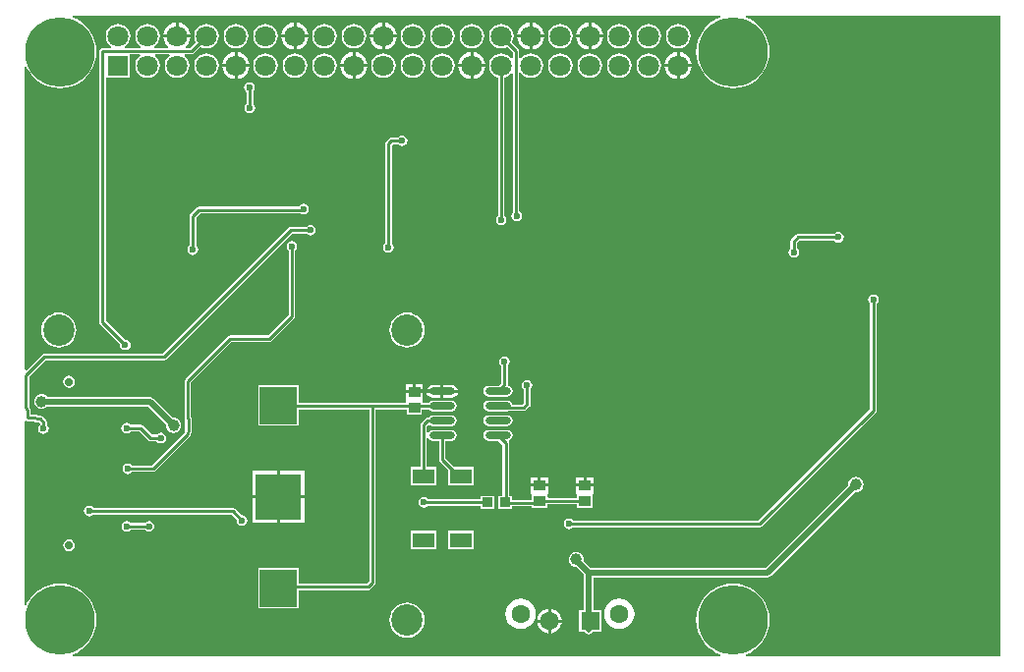
<source format=gbl>
G04*
G04 #@! TF.GenerationSoftware,Altium Limited,Altium Designer,18.1.6 (161)*
G04*
G04 Layer_Physical_Order=2*
G04 Layer_Color=16711680*
%FSLAX25Y25*%
%MOIN*%
G70*
G01*
G75*
%ADD17R,0.03347X0.03347*%
%ADD19R,0.03937X0.03543*%
%ADD37R,0.06299X0.06299*%
%ADD80C,0.01000*%
%ADD81C,0.02000*%
%ADD82C,0.23622*%
%ADD83C,0.07087*%
%ADD84R,0.07087X0.07087*%
%ADD85C,0.06299*%
%ADD86C,0.02756*%
%ADD87C,0.10630*%
%ADD88C,0.02362*%
%ADD89C,0.03937*%
%ADD90O,0.08661X0.02362*%
%ADD91R,0.12520X0.12520*%
%ADD92R,0.15590X0.15590*%
%ADD93R,0.07480X0.05118*%
G36*
X223937Y205062D02*
X224036Y204562D01*
X222694Y204006D01*
X221029Y202985D01*
X219543Y201716D01*
X218275Y200231D01*
X217254Y198565D01*
X216506Y196760D01*
X216050Y194861D01*
X215897Y192913D01*
X216050Y190966D01*
X216506Y189066D01*
X217254Y187261D01*
X218275Y185596D01*
X219543Y184110D01*
X221029Y182842D01*
X222694Y181821D01*
X224499Y181073D01*
X226399Y180617D01*
X228346Y180464D01*
X230294Y180617D01*
X232193Y181073D01*
X233998Y181821D01*
X235664Y182842D01*
X237150Y184110D01*
X238418Y185596D01*
X239439Y187261D01*
X240187Y189066D01*
X240643Y190966D01*
X240796Y192913D01*
X240643Y194861D01*
X240187Y196760D01*
X239439Y198565D01*
X238418Y200231D01*
X237150Y201716D01*
X235664Y202985D01*
X233998Y204006D01*
X232657Y204562D01*
X232756Y205062D01*
X318939Y205062D01*
X318939Y-12148D01*
X232756Y-12148D01*
X232657Y-11648D01*
X233998Y-11092D01*
X235664Y-10072D01*
X237150Y-8803D01*
X238418Y-7318D01*
X239439Y-5652D01*
X240187Y-3847D01*
X240643Y-1947D01*
X240796Y0D01*
X240643Y1947D01*
X240187Y3847D01*
X239439Y5652D01*
X238418Y7318D01*
X237150Y8803D01*
X235664Y10072D01*
X233998Y11092D01*
X232193Y11840D01*
X230294Y12296D01*
X228346Y12449D01*
X226399Y12296D01*
X224499Y11840D01*
X222694Y11092D01*
X221029Y10072D01*
X219543Y8803D01*
X218275Y7318D01*
X217254Y5652D01*
X216506Y3847D01*
X216050Y1947D01*
X215897Y0D01*
X216050Y-1947D01*
X216506Y-3847D01*
X217254Y-5652D01*
X218275Y-7318D01*
X219543Y-8803D01*
X221029Y-10072D01*
X222694Y-11092D01*
X224036Y-11648D01*
X223937Y-12148D01*
X4410Y-12148D01*
X4310Y-11648D01*
X5652Y-11092D01*
X7318Y-10072D01*
X8803Y-8803D01*
X10072Y-7318D01*
X11092Y-5652D01*
X11840Y-3847D01*
X12296Y-1947D01*
X12449Y0D01*
X12296Y1947D01*
X11840Y3847D01*
X11092Y5652D01*
X10072Y7318D01*
X8803Y8803D01*
X7318Y10072D01*
X5652Y11092D01*
X3847Y11840D01*
X1947Y12296D01*
X0Y12449D01*
X-1947Y12296D01*
X-3847Y11840D01*
X-5652Y11092D01*
X-7318Y10072D01*
X-8803Y8803D01*
X-10072Y7318D01*
X-11092Y5652D01*
X-11332Y5074D01*
X-11822Y5172D01*
Y67329D01*
X-11366Y67610D01*
X-11322Y67611D01*
X-10925Y67532D01*
X-8586D01*
X-8556Y67487D01*
X-8192Y67244D01*
X-7763Y67158D01*
X-7027D01*
X-6666Y66798D01*
X-6697Y66291D01*
X-6796Y66225D01*
X-7190Y65636D01*
X-7328Y64941D01*
X-7190Y64246D01*
X-6796Y63657D01*
X-6207Y63263D01*
X-5512Y63125D01*
X-4817Y63263D01*
X-4228Y63657D01*
X-3834Y64246D01*
X-3696Y64941D01*
X-3834Y65636D01*
X-4228Y66225D01*
X-4390Y66334D01*
Y67229D01*
X-4390Y67229D01*
X-4476Y67659D01*
X-4719Y68023D01*
X-4719Y68023D01*
X-5769Y69073D01*
X-6133Y69316D01*
X-6562Y69402D01*
X-6562Y69402D01*
X-7314D01*
X-7344Y69447D01*
X-7708Y69690D01*
X-8137Y69775D01*
X-9804D01*
Y71417D01*
X-9889Y71846D01*
X-10132Y72210D01*
X-10132Y72210D01*
X-10353Y72431D01*
Y82642D01*
X-4746Y88248D01*
X35433D01*
X35433Y88248D01*
X35862Y88334D01*
X36226Y88577D01*
X78811Y131162D01*
X83647D01*
X83755Y130999D01*
X84344Y130606D01*
X85039Y130467D01*
X85734Y130606D01*
X86323Y130999D01*
X86717Y131588D01*
X86855Y132283D01*
X86717Y132978D01*
X86323Y133568D01*
X85734Y133961D01*
X85039Y134099D01*
X84344Y133961D01*
X83755Y133568D01*
X83647Y133405D01*
X78347D01*
X77917Y133320D01*
X77553Y133077D01*
X77553Y133077D01*
X34969Y90492D01*
X-5211D01*
X-5211Y90492D01*
X-5640Y90406D01*
X-6004Y90163D01*
X-6004Y90163D01*
X-11360Y84807D01*
X-11822Y84998D01*
X-11822Y187741D01*
X-11332Y187839D01*
X-11092Y187261D01*
X-10072Y185596D01*
X-8803Y184110D01*
X-7318Y182842D01*
X-5652Y181821D01*
X-3847Y181073D01*
X-1947Y180617D01*
X0Y180464D01*
X1947Y180617D01*
X3847Y181073D01*
X5652Y181821D01*
X7318Y182842D01*
X8803Y184110D01*
X10072Y185596D01*
X11092Y187261D01*
X11840Y189066D01*
X12296Y190966D01*
X12449Y192913D01*
X12296Y194861D01*
X11840Y196760D01*
X11092Y198565D01*
X10072Y200231D01*
X8803Y201716D01*
X7318Y202985D01*
X5652Y204006D01*
X4310Y204562D01*
X4410Y205062D01*
X223937Y205062D01*
D02*
G37*
%LPC*%
G36*
X180264Y202706D02*
Y198689D01*
X184281D01*
X184190Y199375D01*
X183732Y200480D01*
X183004Y201429D01*
X182055Y202157D01*
X180950Y202615D01*
X180264Y202706D01*
D02*
G37*
G36*
X179264D02*
X178578Y202615D01*
X177472Y202157D01*
X176523Y201429D01*
X175795Y200480D01*
X175337Y199375D01*
X175247Y198689D01*
X179264D01*
Y202706D01*
D02*
G37*
G36*
X160264D02*
Y198689D01*
X164280D01*
X164190Y199375D01*
X163732Y200480D01*
X163004Y201429D01*
X162055Y202157D01*
X160950Y202615D01*
X160264Y202706D01*
D02*
G37*
G36*
X159264D02*
X158578Y202615D01*
X157473Y202157D01*
X156524Y201429D01*
X155795Y200480D01*
X155337Y199375D01*
X155247Y198689D01*
X159264D01*
Y202706D01*
D02*
G37*
G36*
X110264D02*
Y198689D01*
X114280D01*
X114190Y199375D01*
X113732Y200480D01*
X113004Y201429D01*
X112055Y202157D01*
X110950Y202615D01*
X110264Y202706D01*
D02*
G37*
G36*
X109264D02*
X108578Y202615D01*
X107473Y202157D01*
X106524Y201429D01*
X105795Y200480D01*
X105337Y199375D01*
X105247Y198689D01*
X109264D01*
Y202706D01*
D02*
G37*
G36*
X80264D02*
Y198689D01*
X84281D01*
X84190Y199375D01*
X83732Y200480D01*
X83004Y201429D01*
X82055Y202157D01*
X80950Y202615D01*
X80264Y202706D01*
D02*
G37*
G36*
X79264D02*
X78578Y202615D01*
X77473Y202157D01*
X76524Y201429D01*
X75795Y200480D01*
X75337Y199375D01*
X75247Y198689D01*
X79264D01*
Y202706D01*
D02*
G37*
G36*
X40264D02*
Y198689D01*
X44280D01*
X44190Y199375D01*
X43732Y200480D01*
X43004Y201429D01*
X42055Y202157D01*
X40950Y202615D01*
X40264Y202706D01*
D02*
G37*
G36*
X39264D02*
X38578Y202615D01*
X37473Y202157D01*
X36524Y201429D01*
X35795Y200480D01*
X35337Y199375D01*
X35247Y198689D01*
X39264D01*
Y202706D01*
D02*
G37*
G36*
X49764Y202368D02*
X48682Y202226D01*
X47674Y201808D01*
X46809Y201144D01*
X46145Y200278D01*
X45727Y199271D01*
X45585Y198189D01*
X45727Y197107D01*
X46128Y196139D01*
X44221Y194232D01*
X42848D01*
X42687Y194706D01*
X43004Y194949D01*
X43732Y195898D01*
X44190Y197003D01*
X44280Y197689D01*
X35247D01*
X35337Y197003D01*
X35795Y195898D01*
X36524Y194949D01*
X36840Y194706D01*
X36680Y194232D01*
X32234D01*
X32065Y194732D01*
X32719Y195234D01*
X33383Y196099D01*
X33800Y197107D01*
X33943Y198189D01*
X33800Y199271D01*
X33383Y200278D01*
X32719Y201144D01*
X31853Y201808D01*
X30845Y202226D01*
X29764Y202368D01*
X28682Y202226D01*
X27674Y201808D01*
X26809Y201144D01*
X26145Y200278D01*
X25727Y199271D01*
X25585Y198189D01*
X25727Y197107D01*
X26145Y196099D01*
X26809Y195234D01*
X27463Y194732D01*
X27293Y194232D01*
X22234D01*
X22065Y194732D01*
X22719Y195234D01*
X23383Y196099D01*
X23800Y197107D01*
X23943Y198189D01*
X23800Y199271D01*
X23383Y200278D01*
X22719Y201144D01*
X21853Y201808D01*
X20845Y202226D01*
X19764Y202368D01*
X18682Y202226D01*
X17674Y201808D01*
X16809Y201144D01*
X16145Y200278D01*
X15727Y199271D01*
X15585Y198189D01*
X15727Y197107D01*
X16145Y196099D01*
X16809Y195234D01*
X17463Y194732D01*
X17293Y194232D01*
X14469D01*
X14040Y194147D01*
X13676Y193904D01*
X13433Y193540D01*
X13347Y193111D01*
Y101181D01*
X13347Y101181D01*
X13433Y100752D01*
X13676Y100388D01*
X20466Y93597D01*
X20428Y93405D01*
X20566Y92711D01*
X20960Y92121D01*
X21549Y91728D01*
X22244Y91589D01*
X22939Y91728D01*
X23528Y92121D01*
X23922Y92711D01*
X24060Y93405D01*
X23922Y94100D01*
X23528Y94690D01*
X22939Y95083D01*
X22244Y95222D01*
X22052Y95183D01*
X15590Y101645D01*
Y183558D01*
X15620Y184046D01*
X23907D01*
Y191989D01*
X27089D01*
X27258Y191489D01*
X26809Y191144D01*
X26145Y190278D01*
X25727Y189271D01*
X25585Y188189D01*
X25727Y187107D01*
X26145Y186100D01*
X26809Y185234D01*
X27674Y184570D01*
X28682Y184152D01*
X29764Y184010D01*
X30845Y184152D01*
X31853Y184570D01*
X32719Y185234D01*
X33383Y186100D01*
X33800Y187107D01*
X33943Y188189D01*
X33800Y189271D01*
X33383Y190278D01*
X32719Y191144D01*
X32269Y191489D01*
X32439Y191989D01*
X37089D01*
X37258Y191489D01*
X36809Y191144D01*
X36145Y190278D01*
X35727Y189271D01*
X35585Y188189D01*
X35727Y187107D01*
X36145Y186100D01*
X36809Y185234D01*
X37674Y184570D01*
X38682Y184152D01*
X39764Y184010D01*
X40845Y184152D01*
X41853Y184570D01*
X42719Y185234D01*
X43383Y186100D01*
X43800Y187107D01*
X43943Y188189D01*
X43800Y189271D01*
X43383Y190278D01*
X42719Y191144D01*
X42269Y191489D01*
X42439Y191989D01*
X44685D01*
X44685Y191989D01*
X45114Y192074D01*
X45478Y192317D01*
X47714Y194553D01*
X48682Y194152D01*
X49764Y194010D01*
X50845Y194152D01*
X51853Y194570D01*
X52719Y195234D01*
X53383Y196099D01*
X53800Y197107D01*
X53943Y198189D01*
X53800Y199271D01*
X53383Y200278D01*
X52719Y201144D01*
X51853Y201808D01*
X50845Y202226D01*
X49764Y202368D01*
D02*
G37*
G36*
X209764D02*
X208682Y202226D01*
X207674Y201808D01*
X206809Y201144D01*
X206145Y200278D01*
X205727Y199271D01*
X205585Y198189D01*
X205727Y197107D01*
X206145Y196099D01*
X206809Y195234D01*
X207674Y194570D01*
X208682Y194152D01*
X209764Y194010D01*
X210845Y194152D01*
X211853Y194570D01*
X212719Y195234D01*
X213383Y196099D01*
X213800Y197107D01*
X213943Y198189D01*
X213800Y199271D01*
X213383Y200278D01*
X212719Y201144D01*
X211853Y201808D01*
X210845Y202226D01*
X209764Y202368D01*
D02*
G37*
G36*
X199764D02*
X198682Y202226D01*
X197674Y201808D01*
X196809Y201144D01*
X196145Y200278D01*
X195727Y199271D01*
X195585Y198189D01*
X195727Y197107D01*
X196145Y196099D01*
X196809Y195234D01*
X197674Y194570D01*
X198682Y194152D01*
X199764Y194010D01*
X200845Y194152D01*
X201853Y194570D01*
X202719Y195234D01*
X203383Y196099D01*
X203800Y197107D01*
X203943Y198189D01*
X203800Y199271D01*
X203383Y200278D01*
X202719Y201144D01*
X201853Y201808D01*
X200845Y202226D01*
X199764Y202368D01*
D02*
G37*
G36*
X189764D02*
X188682Y202226D01*
X187674Y201808D01*
X186809Y201144D01*
X186145Y200278D01*
X185727Y199271D01*
X185585Y198189D01*
X185727Y197107D01*
X186145Y196099D01*
X186809Y195234D01*
X187674Y194570D01*
X188682Y194152D01*
X189764Y194010D01*
X190845Y194152D01*
X191853Y194570D01*
X192719Y195234D01*
X193383Y196099D01*
X193800Y197107D01*
X193943Y198189D01*
X193800Y199271D01*
X193383Y200278D01*
X192719Y201144D01*
X191853Y201808D01*
X190845Y202226D01*
X189764Y202368D01*
D02*
G37*
G36*
X169764D02*
X168682Y202226D01*
X167674Y201808D01*
X166809Y201144D01*
X166145Y200278D01*
X165727Y199271D01*
X165585Y198189D01*
X165727Y197107D01*
X166145Y196099D01*
X166809Y195234D01*
X167674Y194570D01*
X168682Y194152D01*
X169764Y194010D01*
X170845Y194152D01*
X171853Y194570D01*
X172719Y195234D01*
X173383Y196099D01*
X173800Y197107D01*
X173943Y198189D01*
X173800Y199271D01*
X173383Y200278D01*
X172719Y201144D01*
X171853Y201808D01*
X170845Y202226D01*
X169764Y202368D01*
D02*
G37*
G36*
X139764D02*
X138682Y202226D01*
X137674Y201808D01*
X136809Y201144D01*
X136145Y200278D01*
X135727Y199271D01*
X135585Y198189D01*
X135727Y197107D01*
X136145Y196099D01*
X136809Y195234D01*
X137674Y194570D01*
X138682Y194152D01*
X139764Y194010D01*
X140845Y194152D01*
X141853Y194570D01*
X142719Y195234D01*
X143383Y196099D01*
X143800Y197107D01*
X143943Y198189D01*
X143800Y199271D01*
X143383Y200278D01*
X142719Y201144D01*
X141853Y201808D01*
X140845Y202226D01*
X139764Y202368D01*
D02*
G37*
G36*
X129764D02*
X128682Y202226D01*
X127674Y201808D01*
X126809Y201144D01*
X126145Y200278D01*
X125727Y199271D01*
X125585Y198189D01*
X125727Y197107D01*
X126145Y196099D01*
X126809Y195234D01*
X127674Y194570D01*
X128682Y194152D01*
X129764Y194010D01*
X130845Y194152D01*
X131853Y194570D01*
X132719Y195234D01*
X133383Y196099D01*
X133800Y197107D01*
X133943Y198189D01*
X133800Y199271D01*
X133383Y200278D01*
X132719Y201144D01*
X131853Y201808D01*
X130845Y202226D01*
X129764Y202368D01*
D02*
G37*
G36*
X119764D02*
X118682Y202226D01*
X117674Y201808D01*
X116809Y201144D01*
X116145Y200278D01*
X115727Y199271D01*
X115585Y198189D01*
X115727Y197107D01*
X116145Y196099D01*
X116809Y195234D01*
X117674Y194570D01*
X118682Y194152D01*
X119764Y194010D01*
X120845Y194152D01*
X121853Y194570D01*
X122719Y195234D01*
X123383Y196099D01*
X123800Y197107D01*
X123943Y198189D01*
X123800Y199271D01*
X123383Y200278D01*
X122719Y201144D01*
X121853Y201808D01*
X120845Y202226D01*
X119764Y202368D01*
D02*
G37*
G36*
X99764D02*
X98682Y202226D01*
X97674Y201808D01*
X96809Y201144D01*
X96145Y200278D01*
X95727Y199271D01*
X95585Y198189D01*
X95727Y197107D01*
X96145Y196099D01*
X96809Y195234D01*
X97674Y194570D01*
X98682Y194152D01*
X99764Y194010D01*
X100845Y194152D01*
X101853Y194570D01*
X102719Y195234D01*
X103383Y196099D01*
X103800Y197107D01*
X103943Y198189D01*
X103800Y199271D01*
X103383Y200278D01*
X102719Y201144D01*
X101853Y201808D01*
X100845Y202226D01*
X99764Y202368D01*
D02*
G37*
G36*
X89764D02*
X88682Y202226D01*
X87674Y201808D01*
X86809Y201144D01*
X86145Y200278D01*
X85727Y199271D01*
X85585Y198189D01*
X85727Y197107D01*
X86145Y196099D01*
X86809Y195234D01*
X87674Y194570D01*
X88682Y194152D01*
X89764Y194010D01*
X90845Y194152D01*
X91853Y194570D01*
X92719Y195234D01*
X93383Y196099D01*
X93800Y197107D01*
X93943Y198189D01*
X93800Y199271D01*
X93383Y200278D01*
X92719Y201144D01*
X91853Y201808D01*
X90845Y202226D01*
X89764Y202368D01*
D02*
G37*
G36*
X69764D02*
X68682Y202226D01*
X67674Y201808D01*
X66809Y201144D01*
X66145Y200278D01*
X65727Y199271D01*
X65585Y198189D01*
X65727Y197107D01*
X66145Y196099D01*
X66809Y195234D01*
X67674Y194570D01*
X68682Y194152D01*
X69764Y194010D01*
X70845Y194152D01*
X71853Y194570D01*
X72719Y195234D01*
X73383Y196099D01*
X73800Y197107D01*
X73943Y198189D01*
X73800Y199271D01*
X73383Y200278D01*
X72719Y201144D01*
X71853Y201808D01*
X70845Y202226D01*
X69764Y202368D01*
D02*
G37*
G36*
X59764D02*
X58682Y202226D01*
X57674Y201808D01*
X56809Y201144D01*
X56145Y200278D01*
X55727Y199271D01*
X55585Y198189D01*
X55727Y197107D01*
X56145Y196099D01*
X56809Y195234D01*
X57674Y194570D01*
X58682Y194152D01*
X59764Y194010D01*
X60845Y194152D01*
X61853Y194570D01*
X62719Y195234D01*
X63383Y196099D01*
X63800Y197107D01*
X63943Y198189D01*
X63800Y199271D01*
X63383Y200278D01*
X62719Y201144D01*
X61853Y201808D01*
X60845Y202226D01*
X59764Y202368D01*
D02*
G37*
G36*
X184281Y197689D02*
X180264D01*
Y193672D01*
X180950Y193763D01*
X182055Y194220D01*
X183004Y194949D01*
X183732Y195898D01*
X184190Y197003D01*
X184281Y197689D01*
D02*
G37*
G36*
X179264D02*
X175247D01*
X175337Y197003D01*
X175795Y195898D01*
X176523Y194949D01*
X177472Y194220D01*
X178578Y193763D01*
X179264Y193672D01*
Y197689D01*
D02*
G37*
G36*
X164280D02*
X160264D01*
Y193672D01*
X160950Y193763D01*
X162055Y194220D01*
X163004Y194949D01*
X163732Y195898D01*
X164190Y197003D01*
X164280Y197689D01*
D02*
G37*
G36*
X159264D02*
X155247D01*
X155337Y197003D01*
X155795Y195898D01*
X156524Y194949D01*
X157473Y194220D01*
X158578Y193763D01*
X159264Y193672D01*
Y197689D01*
D02*
G37*
G36*
X114280D02*
X110264D01*
Y193672D01*
X110950Y193763D01*
X112055Y194220D01*
X113004Y194949D01*
X113732Y195898D01*
X114190Y197003D01*
X114280Y197689D01*
D02*
G37*
G36*
X109264D02*
X105247D01*
X105337Y197003D01*
X105795Y195898D01*
X106524Y194949D01*
X107473Y194220D01*
X108578Y193763D01*
X109264Y193672D01*
Y197689D01*
D02*
G37*
G36*
X84281D02*
X80264D01*
Y193672D01*
X80950Y193763D01*
X82055Y194220D01*
X83004Y194949D01*
X83732Y195898D01*
X84190Y197003D01*
X84281Y197689D01*
D02*
G37*
G36*
X79264D02*
X75247D01*
X75337Y197003D01*
X75795Y195898D01*
X76524Y194949D01*
X77473Y194220D01*
X78578Y193763D01*
X79264Y193672D01*
Y197689D01*
D02*
G37*
G36*
X149764Y202368D02*
X148682Y202226D01*
X147674Y201808D01*
X146809Y201144D01*
X146145Y200278D01*
X145727Y199271D01*
X145585Y198189D01*
X145727Y197107D01*
X146145Y196099D01*
X146809Y195234D01*
X147674Y194570D01*
X148682Y194152D01*
X149764Y194010D01*
X150845Y194152D01*
X151813Y194553D01*
X153603Y192764D01*
Y190813D01*
X153103Y190644D01*
X152719Y191144D01*
X151853Y191808D01*
X150845Y192226D01*
X149764Y192368D01*
X148682Y192226D01*
X147674Y191808D01*
X146809Y191144D01*
X146145Y190278D01*
X145727Y189271D01*
X145585Y188189D01*
X145727Y187107D01*
X146145Y186100D01*
X146809Y185234D01*
X147674Y184570D01*
X148642Y184169D01*
Y137220D01*
X148480Y137111D01*
X148086Y136522D01*
X147948Y135827D01*
X148086Y135132D01*
X148480Y134543D01*
X149069Y134149D01*
X149764Y134011D01*
X150459Y134149D01*
X151048Y134543D01*
X151442Y135132D01*
X151580Y135827D01*
X151442Y136522D01*
X151048Y137111D01*
X150885Y137220D01*
Y184169D01*
X151853Y184570D01*
X152719Y185234D01*
X153103Y185734D01*
X153603Y185565D01*
Y138290D01*
X153342Y137900D01*
X153204Y137205D01*
X153342Y136510D01*
X153736Y135921D01*
X154325Y135527D01*
X155020Y135389D01*
X155715Y135527D01*
X156304Y135921D01*
X156697Y136510D01*
X156836Y137205D01*
X156697Y137900D01*
X156304Y138489D01*
X155846Y138795D01*
Y185667D01*
X156346Y185837D01*
X156809Y185234D01*
X157674Y184570D01*
X158682Y184152D01*
X159764Y184010D01*
X160845Y184152D01*
X161853Y184570D01*
X162719Y185234D01*
X163383Y186100D01*
X163800Y187107D01*
X163943Y188189D01*
X163800Y189271D01*
X163383Y190278D01*
X162719Y191144D01*
X161853Y191808D01*
X160845Y192226D01*
X159764Y192368D01*
X158682Y192226D01*
X157674Y191808D01*
X156809Y191144D01*
X156346Y190541D01*
X155846Y190711D01*
Y193228D01*
X155846Y193228D01*
X155761Y193658D01*
X155517Y194021D01*
X153400Y196139D01*
X153800Y197107D01*
X153943Y198189D01*
X153800Y199271D01*
X153383Y200278D01*
X152719Y201144D01*
X151853Y201808D01*
X150845Y202226D01*
X149764Y202368D01*
D02*
G37*
G36*
X210264Y192706D02*
Y188689D01*
X214281D01*
X214190Y189375D01*
X213732Y190480D01*
X213004Y191429D01*
X212055Y192157D01*
X210950Y192615D01*
X210264Y192706D01*
D02*
G37*
G36*
X209264D02*
X208578Y192615D01*
X207472Y192157D01*
X206523Y191429D01*
X205795Y190480D01*
X205337Y189375D01*
X205247Y188689D01*
X209264D01*
Y192706D01*
D02*
G37*
G36*
X140264D02*
Y188689D01*
X144281D01*
X144190Y189375D01*
X143732Y190480D01*
X143004Y191429D01*
X142055Y192157D01*
X140950Y192615D01*
X140264Y192706D01*
D02*
G37*
G36*
X139264D02*
X138578Y192615D01*
X137472Y192157D01*
X136523Y191429D01*
X135795Y190480D01*
X135337Y189375D01*
X135247Y188689D01*
X139264D01*
Y192706D01*
D02*
G37*
G36*
X100264D02*
Y188689D01*
X104280D01*
X104190Y189375D01*
X103732Y190480D01*
X103004Y191429D01*
X102055Y192157D01*
X100950Y192615D01*
X100264Y192706D01*
D02*
G37*
G36*
X99264D02*
X98578Y192615D01*
X97473Y192157D01*
X96523Y191429D01*
X95795Y190480D01*
X95337Y189375D01*
X95247Y188689D01*
X99264D01*
Y192706D01*
D02*
G37*
G36*
X60264D02*
Y188689D01*
X64280D01*
X64190Y189375D01*
X63732Y190480D01*
X63004Y191429D01*
X62055Y192157D01*
X60950Y192615D01*
X60264Y192706D01*
D02*
G37*
G36*
X59264D02*
X58578Y192615D01*
X57472Y192157D01*
X56524Y191429D01*
X55795Y190480D01*
X55337Y189375D01*
X55247Y188689D01*
X59264D01*
Y192706D01*
D02*
G37*
G36*
X199764Y192368D02*
X198682Y192226D01*
X197674Y191808D01*
X196809Y191144D01*
X196145Y190278D01*
X195727Y189271D01*
X195585Y188189D01*
X195727Y187107D01*
X196145Y186100D01*
X196809Y185234D01*
X197674Y184570D01*
X198682Y184152D01*
X199764Y184010D01*
X200845Y184152D01*
X201853Y184570D01*
X202719Y185234D01*
X203383Y186100D01*
X203800Y187107D01*
X203943Y188189D01*
X203800Y189271D01*
X203383Y190278D01*
X202719Y191144D01*
X201853Y191808D01*
X200845Y192226D01*
X199764Y192368D01*
D02*
G37*
G36*
X189764D02*
X188682Y192226D01*
X187674Y191808D01*
X186809Y191144D01*
X186145Y190278D01*
X185727Y189271D01*
X185585Y188189D01*
X185727Y187107D01*
X186145Y186100D01*
X186809Y185234D01*
X187674Y184570D01*
X188682Y184152D01*
X189764Y184010D01*
X190845Y184152D01*
X191853Y184570D01*
X192719Y185234D01*
X193383Y186100D01*
X193800Y187107D01*
X193943Y188189D01*
X193800Y189271D01*
X193383Y190278D01*
X192719Y191144D01*
X191853Y191808D01*
X190845Y192226D01*
X189764Y192368D01*
D02*
G37*
G36*
X179764D02*
X178682Y192226D01*
X177674Y191808D01*
X176809Y191144D01*
X176145Y190278D01*
X175727Y189271D01*
X175585Y188189D01*
X175727Y187107D01*
X176145Y186100D01*
X176809Y185234D01*
X177674Y184570D01*
X178682Y184152D01*
X179764Y184010D01*
X180845Y184152D01*
X181853Y184570D01*
X182719Y185234D01*
X183383Y186100D01*
X183800Y187107D01*
X183943Y188189D01*
X183800Y189271D01*
X183383Y190278D01*
X182719Y191144D01*
X181853Y191808D01*
X180845Y192226D01*
X179764Y192368D01*
D02*
G37*
G36*
X169764D02*
X168682Y192226D01*
X167674Y191808D01*
X166809Y191144D01*
X166145Y190278D01*
X165727Y189271D01*
X165585Y188189D01*
X165727Y187107D01*
X166145Y186100D01*
X166809Y185234D01*
X167674Y184570D01*
X168682Y184152D01*
X169764Y184010D01*
X170845Y184152D01*
X171853Y184570D01*
X172719Y185234D01*
X173383Y186100D01*
X173800Y187107D01*
X173943Y188189D01*
X173800Y189271D01*
X173383Y190278D01*
X172719Y191144D01*
X171853Y191808D01*
X170845Y192226D01*
X169764Y192368D01*
D02*
G37*
G36*
X129764D02*
X128682Y192226D01*
X127674Y191808D01*
X126809Y191144D01*
X126145Y190278D01*
X125727Y189271D01*
X125585Y188189D01*
X125727Y187107D01*
X126145Y186100D01*
X126809Y185234D01*
X127674Y184570D01*
X128682Y184152D01*
X129764Y184010D01*
X130845Y184152D01*
X131853Y184570D01*
X132719Y185234D01*
X133383Y186100D01*
X133800Y187107D01*
X133943Y188189D01*
X133800Y189271D01*
X133383Y190278D01*
X132719Y191144D01*
X131853Y191808D01*
X130845Y192226D01*
X129764Y192368D01*
D02*
G37*
G36*
X119764D02*
X118682Y192226D01*
X117674Y191808D01*
X116809Y191144D01*
X116145Y190278D01*
X115727Y189271D01*
X115585Y188189D01*
X115727Y187107D01*
X116145Y186100D01*
X116809Y185234D01*
X117674Y184570D01*
X118682Y184152D01*
X119764Y184010D01*
X120845Y184152D01*
X121853Y184570D01*
X122719Y185234D01*
X123383Y186100D01*
X123800Y187107D01*
X123943Y188189D01*
X123800Y189271D01*
X123383Y190278D01*
X122719Y191144D01*
X121853Y191808D01*
X120845Y192226D01*
X119764Y192368D01*
D02*
G37*
G36*
X109764D02*
X108682Y192226D01*
X107674Y191808D01*
X106809Y191144D01*
X106145Y190278D01*
X105727Y189271D01*
X105585Y188189D01*
X105727Y187107D01*
X106145Y186100D01*
X106809Y185234D01*
X107674Y184570D01*
X108682Y184152D01*
X109764Y184010D01*
X110845Y184152D01*
X111853Y184570D01*
X112719Y185234D01*
X113383Y186100D01*
X113800Y187107D01*
X113943Y188189D01*
X113800Y189271D01*
X113383Y190278D01*
X112719Y191144D01*
X111853Y191808D01*
X110845Y192226D01*
X109764Y192368D01*
D02*
G37*
G36*
X89764D02*
X88682Y192226D01*
X87674Y191808D01*
X86809Y191144D01*
X86145Y190278D01*
X85727Y189271D01*
X85585Y188189D01*
X85727Y187107D01*
X86145Y186100D01*
X86809Y185234D01*
X87674Y184570D01*
X88682Y184152D01*
X89764Y184010D01*
X90845Y184152D01*
X91853Y184570D01*
X92719Y185234D01*
X93383Y186100D01*
X93800Y187107D01*
X93943Y188189D01*
X93800Y189271D01*
X93383Y190278D01*
X92719Y191144D01*
X91853Y191808D01*
X90845Y192226D01*
X89764Y192368D01*
D02*
G37*
G36*
X79764D02*
X78682Y192226D01*
X77674Y191808D01*
X76809Y191144D01*
X76145Y190278D01*
X75727Y189271D01*
X75585Y188189D01*
X75727Y187107D01*
X76145Y186100D01*
X76809Y185234D01*
X77674Y184570D01*
X78682Y184152D01*
X79764Y184010D01*
X80845Y184152D01*
X81853Y184570D01*
X82719Y185234D01*
X83383Y186100D01*
X83800Y187107D01*
X83943Y188189D01*
X83800Y189271D01*
X83383Y190278D01*
X82719Y191144D01*
X81853Y191808D01*
X80845Y192226D01*
X79764Y192368D01*
D02*
G37*
G36*
X69764D02*
X68682Y192226D01*
X67674Y191808D01*
X66809Y191144D01*
X66145Y190278D01*
X65727Y189271D01*
X65585Y188189D01*
X65727Y187107D01*
X66145Y186100D01*
X66809Y185234D01*
X67674Y184570D01*
X68682Y184152D01*
X69764Y184010D01*
X70845Y184152D01*
X71853Y184570D01*
X72719Y185234D01*
X73383Y186100D01*
X73800Y187107D01*
X73943Y188189D01*
X73800Y189271D01*
X73383Y190278D01*
X72719Y191144D01*
X71853Y191808D01*
X70845Y192226D01*
X69764Y192368D01*
D02*
G37*
G36*
X49764D02*
X48682Y192226D01*
X47674Y191808D01*
X46809Y191144D01*
X46145Y190278D01*
X45727Y189271D01*
X45585Y188189D01*
X45727Y187107D01*
X46145Y186100D01*
X46809Y185234D01*
X47674Y184570D01*
X48682Y184152D01*
X49764Y184010D01*
X50845Y184152D01*
X51853Y184570D01*
X52719Y185234D01*
X53383Y186100D01*
X53800Y187107D01*
X53943Y188189D01*
X53800Y189271D01*
X53383Y190278D01*
X52719Y191144D01*
X51853Y191808D01*
X50845Y192226D01*
X49764Y192368D01*
D02*
G37*
G36*
X214281Y187689D02*
X210264D01*
Y183672D01*
X210950Y183763D01*
X212055Y184220D01*
X213004Y184949D01*
X213732Y185898D01*
X214190Y187003D01*
X214281Y187689D01*
D02*
G37*
G36*
X209264D02*
X205247D01*
X205337Y187003D01*
X205795Y185898D01*
X206523Y184949D01*
X207472Y184220D01*
X208578Y183763D01*
X209264Y183672D01*
Y187689D01*
D02*
G37*
G36*
X144281D02*
X140264D01*
Y183672D01*
X140950Y183763D01*
X142055Y184220D01*
X143004Y184949D01*
X143732Y185898D01*
X144190Y187003D01*
X144281Y187689D01*
D02*
G37*
G36*
X139264D02*
X135247D01*
X135337Y187003D01*
X135795Y185898D01*
X136523Y184949D01*
X137472Y184220D01*
X138578Y183763D01*
X139264Y183672D01*
Y187689D01*
D02*
G37*
G36*
X104280D02*
X100264D01*
Y183672D01*
X100950Y183763D01*
X102055Y184220D01*
X103004Y184949D01*
X103732Y185898D01*
X104190Y187003D01*
X104280Y187689D01*
D02*
G37*
G36*
X99264D02*
X95247D01*
X95337Y187003D01*
X95795Y185898D01*
X96523Y184949D01*
X97473Y184220D01*
X98578Y183763D01*
X99264Y183672D01*
Y187689D01*
D02*
G37*
G36*
X64280D02*
X60264D01*
Y183672D01*
X60950Y183763D01*
X62055Y184220D01*
X63004Y184949D01*
X63732Y185898D01*
X64190Y187003D01*
X64280Y187689D01*
D02*
G37*
G36*
X59264D02*
X55247D01*
X55337Y187003D01*
X55795Y185898D01*
X56524Y184949D01*
X57472Y184220D01*
X58578Y183763D01*
X59264Y183672D01*
Y187689D01*
D02*
G37*
G36*
X64370Y182525D02*
X63675Y182386D01*
X63086Y181993D01*
X62692Y181404D01*
X62554Y180709D01*
X62692Y180014D01*
X63086Y179425D01*
X63347Y179250D01*
Y175212D01*
X63184Y175103D01*
X62791Y174514D01*
X62652Y173819D01*
X62791Y173124D01*
X63184Y172535D01*
X63774Y172141D01*
X64468Y172003D01*
X65163Y172141D01*
X65753Y172535D01*
X66146Y173124D01*
X66285Y173819D01*
X66146Y174514D01*
X65753Y175103D01*
X65590Y175212D01*
Y179382D01*
X65654Y179425D01*
X66048Y180014D01*
X66186Y180709D01*
X66048Y181404D01*
X65654Y181993D01*
X65065Y182386D01*
X64370Y182525D01*
D02*
G37*
G36*
X116142Y164414D02*
X115447Y164276D01*
X114858Y163883D01*
X114749Y163720D01*
X112500D01*
X112500Y163720D01*
X112071Y163635D01*
X111707Y163391D01*
X110723Y162407D01*
X110480Y162043D01*
X110394Y161614D01*
X110394Y161614D01*
Y127869D01*
X110232Y127761D01*
X109838Y127171D01*
X109700Y126476D01*
X109838Y125781D01*
X110232Y125192D01*
X110821Y124799D01*
X111516Y124660D01*
X112211Y124799D01*
X112800Y125192D01*
X113194Y125781D01*
X113332Y126476D01*
X113194Y127171D01*
X112800Y127761D01*
X112637Y127869D01*
Y161150D01*
X112965Y161477D01*
X114749D01*
X114858Y161314D01*
X115447Y160921D01*
X116142Y160782D01*
X116837Y160921D01*
X117426Y161314D01*
X117819Y161904D01*
X117958Y162598D01*
X117819Y163293D01*
X117426Y163883D01*
X116837Y164276D01*
X116142Y164414D01*
D02*
G37*
G36*
X82677Y141261D02*
X81982Y141123D01*
X81393Y140729D01*
X81103Y140295D01*
X47146D01*
X46716Y140209D01*
X46353Y139966D01*
X46353Y139966D01*
X44384Y137998D01*
X44141Y137634D01*
X44056Y137205D01*
X44056Y137205D01*
Y127074D01*
X43893Y126965D01*
X43499Y126376D01*
X43361Y125681D01*
X43499Y124986D01*
X43893Y124397D01*
X44482Y124003D01*
X45177Y123865D01*
X45872Y124003D01*
X46461Y124397D01*
X46855Y124986D01*
X46993Y125681D01*
X46855Y126376D01*
X46461Y126965D01*
X46299Y127074D01*
Y136740D01*
X47610Y138052D01*
X81556D01*
X81982Y137767D01*
X82677Y137629D01*
X83372Y137767D01*
X83961Y138161D01*
X84355Y138750D01*
X84493Y139445D01*
X84355Y140140D01*
X83961Y140729D01*
X83372Y141123D01*
X82677Y141261D01*
D02*
G37*
G36*
X264173Y131737D02*
X263478Y131599D01*
X262889Y131205D01*
X262780Y131043D01*
X250394D01*
X250394Y131043D01*
X249964Y130957D01*
X249601Y130714D01*
X248223Y129336D01*
X247980Y128972D01*
X247894Y128543D01*
X247894Y128543D01*
Y126196D01*
X247732Y126087D01*
X247338Y125498D01*
X247200Y124803D01*
X247338Y124108D01*
X247732Y123519D01*
X248321Y123125D01*
X249016Y122987D01*
X249711Y123125D01*
X250300Y123519D01*
X250693Y124108D01*
X250832Y124803D01*
X250693Y125498D01*
X250300Y126087D01*
X250137Y126196D01*
Y128079D01*
X250858Y128800D01*
X262780D01*
X262889Y128637D01*
X263478Y128244D01*
X264173Y128105D01*
X264868Y128244D01*
X265457Y128637D01*
X265851Y129226D01*
X265989Y129921D01*
X265851Y130616D01*
X265457Y131205D01*
X264868Y131599D01*
X264173Y131737D01*
D02*
G37*
G36*
X78740Y128588D02*
X78045Y128449D01*
X77456Y128056D01*
X77062Y127467D01*
X76924Y126772D01*
X77062Y126077D01*
X77456Y125488D01*
X77619Y125379D01*
Y103614D01*
X70598Y96594D01*
X57760D01*
X57330Y96509D01*
X56967Y96266D01*
X56967Y96266D01*
X42588Y81887D01*
X42345Y81523D01*
X42259Y81094D01*
X42259Y81094D01*
Y68556D01*
X42259Y68556D01*
X42345Y68127D01*
X42561Y67803D01*
Y64481D01*
X42345Y64157D01*
X42259Y63727D01*
X42259Y63727D01*
Y63629D01*
X31130Y52500D01*
X24523D01*
X24414Y52662D01*
X23825Y53056D01*
X23130Y53194D01*
X22435Y53056D01*
X21846Y52662D01*
X21452Y52073D01*
X21314Y51378D01*
X21452Y50683D01*
X21846Y50094D01*
X22435Y49700D01*
X23130Y49562D01*
X23825Y49700D01*
X24414Y50094D01*
X24523Y50256D01*
X31594D01*
X31594Y50256D01*
X32024Y50342D01*
X32388Y50585D01*
X44174Y62371D01*
X44174Y62371D01*
X44417Y62735D01*
X44502Y63164D01*
X44502Y63164D01*
Y63276D01*
X44719Y63600D01*
X44804Y64029D01*
X44804Y64029D01*
Y68254D01*
X44804Y68254D01*
X44719Y68683D01*
X44502Y69007D01*
Y80629D01*
X58224Y94351D01*
X71063D01*
X71063Y94351D01*
X71492Y94436D01*
X71856Y94679D01*
X79533Y102357D01*
X79533Y102357D01*
X79776Y102720D01*
X79862Y103150D01*
Y125379D01*
X80024Y125488D01*
X80418Y126077D01*
X80556Y126772D01*
X80418Y127467D01*
X80024Y128056D01*
X79435Y128449D01*
X78740Y128588D01*
D02*
G37*
G36*
X117815Y104369D02*
X116655Y104255D01*
X115541Y103916D01*
X114513Y103367D01*
X113612Y102628D01*
X112873Y101727D01*
X112324Y100700D01*
X111986Y99585D01*
X111871Y98425D01*
X111986Y97266D01*
X112324Y96151D01*
X112873Y95123D01*
X113612Y94222D01*
X114513Y93483D01*
X115541Y92934D01*
X116655Y92596D01*
X117815Y92482D01*
X118974Y92596D01*
X120089Y92934D01*
X121117Y93483D01*
X122018Y94222D01*
X122757Y95123D01*
X123306Y96151D01*
X123644Y97266D01*
X123758Y98425D01*
X123644Y99585D01*
X123306Y100700D01*
X122757Y101727D01*
X122018Y102628D01*
X121117Y103367D01*
X120089Y103916D01*
X118974Y104255D01*
X117815Y104369D01*
D02*
G37*
G36*
X-295D02*
X-1455Y104255D01*
X-2570Y103916D01*
X-3597Y103367D01*
X-4498Y102628D01*
X-5237Y101727D01*
X-5786Y100700D01*
X-6125Y99585D01*
X-6239Y98425D01*
X-6125Y97266D01*
X-5786Y96151D01*
X-5237Y95123D01*
X-4498Y94222D01*
X-3597Y93483D01*
X-2570Y92934D01*
X-1455Y92596D01*
X-295Y92482D01*
X864Y92596D01*
X1979Y92934D01*
X3007Y93483D01*
X3907Y94222D01*
X4647Y95123D01*
X5196Y96151D01*
X5534Y97266D01*
X5648Y98425D01*
X5534Y99585D01*
X5196Y100700D01*
X4647Y101727D01*
X3907Y102628D01*
X3007Y103367D01*
X1979Y103916D01*
X864Y104255D01*
X-295Y104369D01*
D02*
G37*
G36*
X3150Y82922D02*
X2378Y82769D01*
X1724Y82332D01*
X1286Y81677D01*
X1133Y80905D01*
X1286Y80134D01*
X1724Y79479D01*
X2378Y79042D01*
X3150Y78889D01*
X3921Y79042D01*
X4576Y79479D01*
X5013Y80134D01*
X5166Y80905D01*
X5013Y81677D01*
X4576Y82332D01*
X3921Y82769D01*
X3150Y82922D01*
D02*
G37*
G36*
X132898Y79874D02*
X130248D01*
Y78150D01*
X135022D01*
X134952Y78501D01*
X134470Y79222D01*
X133749Y79704D01*
X132898Y79874D01*
D02*
G37*
G36*
X129248D02*
X126599D01*
X125748Y79704D01*
X125026Y79222D01*
X124544Y78501D01*
X124474Y78150D01*
X129248D01*
Y79874D01*
D02*
G37*
G36*
X123244Y80205D02*
X120776D01*
Y77933D01*
X123244D01*
Y80205D01*
D02*
G37*
G36*
X119776D02*
X117307D01*
Y77933D01*
X119776D01*
Y80205D01*
D02*
G37*
G36*
X150886Y89513D02*
X150191Y89375D01*
X149602Y88981D01*
X149208Y88392D01*
X149070Y87697D01*
X149208Y87002D01*
X149602Y86413D01*
X149764Y86304D01*
Y80354D01*
X148876Y79466D01*
X145496D01*
X144801Y79327D01*
X144212Y78934D01*
X143818Y78345D01*
X143680Y77650D01*
X143818Y76955D01*
X144212Y76366D01*
X144801Y75972D01*
X145496Y75834D01*
X151795D01*
X152490Y75972D01*
X153080Y76366D01*
X153473Y76955D01*
X153612Y77650D01*
X153473Y78345D01*
X153080Y78934D01*
X152490Y79327D01*
X152401Y79345D01*
X152007Y79890D01*
X152007Y79890D01*
Y86304D01*
X152170Y86413D01*
X152564Y87002D01*
X152702Y87697D01*
X152564Y88392D01*
X152170Y88981D01*
X151581Y89375D01*
X150886Y89513D01*
D02*
G37*
G36*
X135022Y77150D02*
X130248D01*
Y75426D01*
X132898D01*
X133749Y75595D01*
X134470Y76077D01*
X134952Y76799D01*
X135022Y77150D01*
D02*
G37*
G36*
X129248D02*
X124474D01*
X124544Y76799D01*
X125026Y76077D01*
X125748Y75595D01*
X126599Y75426D01*
X129248D01*
Y77150D01*
D02*
G37*
G36*
X158563Y81442D02*
X157868Y81304D01*
X157279Y80910D01*
X156885Y80321D01*
X156747Y79626D01*
X156885Y78931D01*
X157279Y78342D01*
X157441Y78233D01*
Y73791D01*
X156819Y73169D01*
X153508D01*
X153473Y73345D01*
X153080Y73934D01*
X152490Y74327D01*
X151795Y74466D01*
X145496D01*
X144801Y74327D01*
X144212Y73934D01*
X143818Y73345D01*
X143680Y72650D01*
X143818Y71955D01*
X144212Y71366D01*
X144801Y70972D01*
X145496Y70834D01*
X151795D01*
X152258Y70926D01*
X157283D01*
X157283Y70926D01*
X157713Y71011D01*
X158077Y71254D01*
X159356Y72534D01*
X159356Y72534D01*
X159599Y72898D01*
X159685Y73327D01*
X159685Y73327D01*
Y78233D01*
X159847Y78342D01*
X160241Y78931D01*
X160379Y79626D01*
X160241Y80321D01*
X159847Y80910D01*
X159258Y81304D01*
X158563Y81442D01*
D02*
G37*
G36*
X81073Y79647D02*
X67353D01*
Y65928D01*
X81073D01*
Y71508D01*
X104981D01*
Y13252D01*
X104181Y12452D01*
X81073D01*
Y17679D01*
X67353D01*
Y3959D01*
X81073D01*
Y10209D01*
X104646D01*
X104646Y10209D01*
X105075Y10295D01*
X105439Y10538D01*
X106896Y11994D01*
X107139Y12358D01*
X107224Y12788D01*
X107224Y12788D01*
Y71528D01*
X117707D01*
Y69747D01*
X122844D01*
Y71528D01*
X125206D01*
X125314Y71366D01*
X125904Y70972D01*
X126599Y70834D01*
X132898D01*
X133593Y70972D01*
X134182Y71366D01*
X134576Y71955D01*
X134714Y72650D01*
X134576Y73345D01*
X134182Y73934D01*
X133593Y74327D01*
X132898Y74466D01*
X126599D01*
X125904Y74327D01*
X125314Y73934D01*
X125206Y73771D01*
X123198D01*
X122994Y73975D01*
X123046Y74541D01*
X123244Y74661D01*
X123244Y74731D01*
X123244Y74731D01*
Y76933D01*
X117307D01*
Y74731D01*
X117307Y74731D01*
Y74661D01*
X117506Y74541D01*
X117558Y73975D01*
X117354Y73771D01*
X106103D01*
X106004Y73751D01*
X81073D01*
Y79647D01*
D02*
G37*
G36*
X132898Y69466D02*
X126599D01*
X125904Y69327D01*
X125314Y68934D01*
X125206Y68771D01*
X124744D01*
X124744Y68771D01*
X124315Y68686D01*
X123951Y68443D01*
X122632Y67124D01*
X122389Y66760D01*
X122304Y66331D01*
X122304Y66331D01*
Y51978D01*
X119085D01*
Y45660D01*
X127766D01*
Y51978D01*
X124547D01*
Y61614D01*
X125047Y61766D01*
X125314Y61366D01*
X125904Y60972D01*
X126599Y60834D01*
X128627D01*
Y54390D01*
X128627Y54390D01*
X128712Y53961D01*
X128955Y53597D01*
X131684Y50868D01*
Y45660D01*
X140364D01*
Y51978D01*
X133746D01*
X130870Y54854D01*
Y60834D01*
X132898D01*
X133593Y60972D01*
X134182Y61366D01*
X134576Y61955D01*
X134714Y62650D01*
X134576Y63345D01*
X134182Y63934D01*
X133593Y64327D01*
X132898Y64466D01*
X126599D01*
X125904Y64327D01*
X125314Y63934D01*
X125047Y63533D01*
X124547Y63685D01*
Y65866D01*
X125070Y66390D01*
X125314Y66366D01*
X125904Y65972D01*
X126599Y65834D01*
X132898D01*
X133593Y65972D01*
X134182Y66366D01*
X134576Y66955D01*
X134714Y67650D01*
X134576Y68345D01*
X134182Y68934D01*
X133593Y69327D01*
X132898Y69466D01*
D02*
G37*
G36*
X151795D02*
X145496D01*
X144801Y69327D01*
X144212Y68934D01*
X143818Y68345D01*
X143680Y67650D01*
X143818Y66955D01*
X144212Y66366D01*
X144801Y65972D01*
X145496Y65834D01*
X151795D01*
X152490Y65972D01*
X153080Y66366D01*
X153473Y66955D01*
X153612Y67650D01*
X153473Y68345D01*
X153080Y68934D01*
X152490Y69327D01*
X151795Y69466D01*
D02*
G37*
G36*
X-6103Y76807D02*
X-6773Y76719D01*
X-7398Y76460D01*
X-7935Y76048D01*
X-8346Y75511D01*
X-8605Y74887D01*
X-8693Y74216D01*
X-8605Y73546D01*
X-8346Y72921D01*
X-7935Y72384D01*
X-7398Y71973D01*
X-6773Y71714D01*
X-6103Y71626D01*
X-5432Y71714D01*
X-4807Y71973D01*
X-4271Y72384D01*
X30033D01*
X36025Y66392D01*
X35992Y66142D01*
X36080Y65471D01*
X36339Y64846D01*
X36751Y64310D01*
X37287Y63898D01*
X37912Y63639D01*
X38583Y63551D01*
X39253Y63639D01*
X39878Y63898D01*
X40415Y64310D01*
X40826Y64846D01*
X41085Y65471D01*
X41173Y66142D01*
X41085Y66812D01*
X40826Y67437D01*
X40415Y67974D01*
X39878Y68385D01*
X39253Y68644D01*
X38583Y68732D01*
X38332Y68699D01*
X31862Y75169D01*
X31333Y75523D01*
X30709Y75647D01*
X30708Y75647D01*
X-3963D01*
X-4271Y76048D01*
X-4807Y76460D01*
X-5432Y76719D01*
X-6103Y76807D01*
D02*
G37*
G36*
X22719Y66974D02*
X22024Y66835D01*
X21435Y66442D01*
X21041Y65852D01*
X20903Y65158D01*
X21041Y64463D01*
X21435Y63873D01*
X22024Y63480D01*
X22719Y63341D01*
X23414Y63480D01*
X24003Y63873D01*
X24112Y64036D01*
X27095D01*
X30112Y61018D01*
X30112Y61018D01*
X30476Y60775D01*
X30906Y60690D01*
X32859D01*
X32968Y60527D01*
X33557Y60133D01*
X34252Y59995D01*
X34947Y60133D01*
X35536Y60527D01*
X35930Y61116D01*
X36068Y61811D01*
X35930Y62506D01*
X35536Y63095D01*
X34947Y63489D01*
X34252Y63627D01*
X33557Y63489D01*
X32968Y63095D01*
X32859Y62933D01*
X31370D01*
X28352Y65951D01*
X27988Y66194D01*
X27559Y66279D01*
X27559Y66279D01*
X24112D01*
X24003Y66442D01*
X23414Y66835D01*
X22719Y66974D01*
D02*
G37*
G36*
X181118Y48539D02*
X178650D01*
Y46268D01*
X181118D01*
Y48539D01*
D02*
G37*
G36*
X177650D02*
X175181D01*
Y46268D01*
X177650D01*
Y48539D01*
D02*
G37*
G36*
X165665D02*
X163197D01*
Y46268D01*
X165665D01*
Y48539D01*
D02*
G37*
G36*
X162197D02*
X159728D01*
Y46268D01*
X162197D01*
Y48539D01*
D02*
G37*
G36*
X270079Y48654D02*
X269408Y48565D01*
X268783Y48307D01*
X268247Y47895D01*
X267835Y47358D01*
X267576Y46733D01*
X267488Y46063D01*
X267521Y45812D01*
X239482Y17773D01*
X180203D01*
X177741Y20235D01*
X177787Y20586D01*
X177699Y21257D01*
X177440Y21881D01*
X177029Y22418D01*
X176492Y22829D01*
X175867Y23088D01*
X175197Y23177D01*
X174526Y23088D01*
X173901Y22829D01*
X173365Y22418D01*
X172953Y21881D01*
X172695Y21257D01*
X172606Y20586D01*
X172695Y19915D01*
X172953Y19291D01*
X173365Y18754D01*
X173901Y18342D01*
X174526Y18083D01*
X175197Y17995D01*
X175347Y18015D01*
X177896Y15466D01*
Y3435D01*
X176172D01*
Y-4065D01*
X178215D01*
X178374Y-4303D01*
X178903Y-4657D01*
X179528Y-4781D01*
X180152Y-4657D01*
X180681Y-4303D01*
X180841Y-4065D01*
X183671D01*
Y3435D01*
X181159D01*
Y14510D01*
X240158D01*
X240782Y14635D01*
X241311Y14988D01*
X269828Y43505D01*
X270079Y43472D01*
X270749Y43561D01*
X271374Y43819D01*
X271911Y44231D01*
X272322Y44768D01*
X272581Y45393D01*
X272669Y46063D01*
X272581Y46733D01*
X272322Y47358D01*
X271911Y47895D01*
X271374Y48307D01*
X270749Y48565D01*
X270079Y48654D01*
D02*
G37*
G36*
X83008Y50599D02*
X74713D01*
Y42303D01*
X83008D01*
Y50599D01*
D02*
G37*
G36*
X73713D02*
X65417D01*
Y42303D01*
X73713D01*
Y50599D01*
D02*
G37*
G36*
X147254Y42234D02*
X142707D01*
Y41082D01*
X124968D01*
X124859Y41245D01*
X124270Y41638D01*
X123575Y41777D01*
X122880Y41638D01*
X122291Y41245D01*
X121897Y40656D01*
X121759Y39961D01*
X121897Y39266D01*
X122291Y38677D01*
X122880Y38283D01*
X123575Y38145D01*
X124270Y38283D01*
X124859Y38677D01*
X124968Y38839D01*
X142707D01*
Y37687D01*
X147254D01*
Y42234D01*
D02*
G37*
G36*
X151795Y64466D02*
X145496D01*
X144801Y64327D01*
X144212Y63934D01*
X143818Y63345D01*
X143680Y62650D01*
X143818Y61955D01*
X144212Y61366D01*
X144801Y60972D01*
X145496Y60834D01*
X148876D01*
X150182Y59528D01*
Y42234D01*
X148809D01*
Y37687D01*
X153356D01*
Y38658D01*
X160128D01*
Y38081D01*
X165265D01*
Y39331D01*
X175581D01*
Y38081D01*
X180718D01*
X180718Y42755D01*
X181118Y42996D01*
X181118Y43066D01*
X181118Y43066D01*
Y45268D01*
X175181D01*
Y43066D01*
X175181Y43066D01*
Y42996D01*
X175581Y42755D01*
X175581Y42496D01*
Y41574D01*
X165619D01*
X165265Y41928D01*
X165265Y42755D01*
X165665Y42996D01*
X165665Y43066D01*
X165665Y43066D01*
Y45268D01*
X159728D01*
Y43066D01*
X159728Y43066D01*
Y42996D01*
X160128Y42755D01*
X160128Y42496D01*
Y40901D01*
X153356D01*
Y42234D01*
X152425D01*
Y59992D01*
X152339Y60421D01*
X152333Y60431D01*
X152490Y60972D01*
X152516Y60989D01*
X153080Y61366D01*
X153473Y61955D01*
X153612Y62650D01*
X153473Y63345D01*
X153080Y63934D01*
X152490Y64327D01*
X151795Y64466D01*
D02*
G37*
G36*
X275984Y110551D02*
X275289Y110413D01*
X274700Y110019D01*
X274307Y109430D01*
X274168Y108735D01*
X274307Y108040D01*
X274700Y107451D01*
X274863Y107342D01*
Y71626D01*
X237035Y33799D01*
X174227D01*
X174119Y33961D01*
X173530Y34355D01*
X172835Y34493D01*
X172140Y34355D01*
X171551Y33961D01*
X171157Y33372D01*
X171019Y32677D01*
X171157Y31982D01*
X171551Y31393D01*
X172140Y30999D01*
X172835Y30861D01*
X173530Y30999D01*
X174119Y31393D01*
X174227Y31556D01*
X237500D01*
X237500Y31556D01*
X237929Y31641D01*
X238293Y31884D01*
X276777Y70368D01*
X276777Y70368D01*
X277020Y70732D01*
X277106Y71161D01*
Y107342D01*
X277268Y107451D01*
X277662Y108040D01*
X277800Y108735D01*
X277662Y109430D01*
X277268Y110019D01*
X276679Y110413D01*
X275984Y110551D01*
D02*
G37*
G36*
X30256Y33706D02*
X29561Y33568D01*
X28972Y33174D01*
X28863Y33011D01*
X24227D01*
X24119Y33174D01*
X23530Y33568D01*
X22835Y33706D01*
X22140Y33568D01*
X21551Y33174D01*
X21157Y32585D01*
X21019Y31890D01*
X21157Y31195D01*
X21551Y30606D01*
X22140Y30212D01*
X22835Y30074D01*
X23530Y30212D01*
X24119Y30606D01*
X24227Y30768D01*
X28863D01*
X28972Y30606D01*
X29561Y30212D01*
X30256Y30074D01*
X30951Y30212D01*
X31540Y30606D01*
X31934Y31195D01*
X32072Y31890D01*
X31934Y32585D01*
X31540Y33174D01*
X30951Y33568D01*
X30256Y33706D01*
D02*
G37*
G36*
X83008Y41303D02*
X74713D01*
Y33008D01*
X83008D01*
Y41303D01*
D02*
G37*
G36*
X73713D02*
X65417D01*
Y33008D01*
X73713D01*
Y41303D01*
D02*
G37*
G36*
X10039Y38824D02*
X9344Y38686D01*
X8755Y38292D01*
X8361Y37703D01*
X8223Y37008D01*
X8361Y36313D01*
X8755Y35724D01*
X9344Y35330D01*
X10039Y35192D01*
X10734Y35330D01*
X11323Y35724D01*
X11432Y35886D01*
X58197D01*
X60033Y34050D01*
X59995Y33858D01*
X60133Y33163D01*
X60527Y32574D01*
X61116Y32181D01*
X61811Y32042D01*
X62506Y32181D01*
X63095Y32574D01*
X63489Y33163D01*
X63627Y33858D01*
X63489Y34553D01*
X63095Y35142D01*
X62506Y35536D01*
X61811Y35674D01*
X61619Y35636D01*
X59455Y37801D01*
X59091Y38044D01*
X58662Y38129D01*
X58661Y38129D01*
X11432D01*
X11323Y38292D01*
X10734Y38686D01*
X10039Y38824D01*
D02*
G37*
G36*
X140364Y30324D02*
X131684D01*
Y24006D01*
X140364D01*
Y30324D01*
D02*
G37*
G36*
X127766D02*
X119085D01*
Y24006D01*
X127766D01*
Y30324D01*
D02*
G37*
G36*
X3150Y27410D02*
X2378Y27257D01*
X1724Y26820D01*
X1286Y26166D01*
X1133Y25394D01*
X1286Y24622D01*
X1724Y23968D01*
X2378Y23530D01*
X3150Y23377D01*
X3921Y23530D01*
X4576Y23968D01*
X5013Y24622D01*
X5166Y25394D01*
X5013Y26166D01*
X4576Y26820D01*
X3921Y27257D01*
X3150Y27410D01*
D02*
G37*
G36*
X166642Y3805D02*
Y185D01*
X170261D01*
X170185Y768D01*
X169766Y1778D01*
X169101Y2645D01*
X168234Y3310D01*
X167225Y3728D01*
X166642Y3805D01*
D02*
G37*
G36*
X165642Y3805D02*
X165059Y3728D01*
X164049Y3310D01*
X163182Y2645D01*
X162517Y1778D01*
X162099Y768D01*
X162022Y185D01*
X165642D01*
Y3805D01*
D02*
G37*
G36*
X189764Y7337D02*
X188425Y7161D01*
X187178Y6644D01*
X186107Y5822D01*
X185285Y4751D01*
X184768Y3504D01*
X184592Y2165D01*
X184768Y827D01*
X185285Y-421D01*
X186107Y-1492D01*
X187178Y-2314D01*
X188425Y-2830D01*
X189764Y-3007D01*
X191102Y-2830D01*
X192350Y-2314D01*
X193421Y-1492D01*
X194243Y-421D01*
X194759Y827D01*
X194936Y2165D01*
X194759Y3504D01*
X194243Y4751D01*
X193421Y5822D01*
X192350Y6644D01*
X191102Y7161D01*
X189764Y7337D01*
D02*
G37*
G36*
X156299D02*
X154961Y7161D01*
X153713Y6644D01*
X152642Y5822D01*
X151820Y4751D01*
X151304Y3504D01*
X151127Y2165D01*
X151304Y827D01*
X151820Y-421D01*
X152642Y-1492D01*
X153713Y-2314D01*
X154961Y-2830D01*
X156299Y-3007D01*
X157638Y-2830D01*
X158885Y-2314D01*
X159956Y-1492D01*
X160778Y-421D01*
X161295Y827D01*
X161471Y2165D01*
X161295Y3504D01*
X160778Y4751D01*
X159956Y5822D01*
X158885Y6644D01*
X157638Y7161D01*
X156299Y7337D01*
D02*
G37*
G36*
X165642Y-815D02*
X162022D01*
X162099Y-1398D01*
X162517Y-2408D01*
X163182Y-3274D01*
X164049Y-3940D01*
X165059Y-4358D01*
X165642Y-4434D01*
Y-815D01*
D02*
G37*
G36*
X170261D02*
X166642D01*
Y-4435D01*
X167225Y-4358D01*
X168234Y-3940D01*
X169101Y-3274D01*
X169766Y-2408D01*
X170185Y-1398D01*
X170261Y-815D01*
D02*
G37*
G36*
X117815Y5944D02*
X116655Y5829D01*
X115541Y5491D01*
X114513Y4942D01*
X113612Y4203D01*
X112873Y3302D01*
X112324Y2275D01*
X111986Y1159D01*
X111871Y0D01*
X111986Y-1159D01*
X112324Y-2275D01*
X112873Y-3302D01*
X113612Y-4203D01*
X114513Y-4942D01*
X115541Y-5491D01*
X116655Y-5829D01*
X117815Y-5944D01*
X118974Y-5829D01*
X120089Y-5491D01*
X121117Y-4942D01*
X122018Y-4203D01*
X122757Y-3302D01*
X123306Y-2275D01*
X123644Y-1159D01*
X123758Y0D01*
X123644Y1159D01*
X123306Y2275D01*
X122757Y3302D01*
X122018Y4203D01*
X121117Y4942D01*
X120089Y5491D01*
X118974Y5829D01*
X117815Y5944D01*
D02*
G37*
%LPD*%
D17*
X151083Y39961D02*
D03*
X144980D02*
D03*
D19*
X120276Y72118D02*
D03*
Y77433D02*
D03*
X178150Y40453D02*
D03*
Y45768D02*
D03*
X162697Y40453D02*
D03*
Y45768D02*
D03*
D37*
X179921Y-315D02*
D03*
D80*
X158563Y73327D02*
Y79626D01*
X157283Y72047D02*
X158563Y73327D01*
X149248Y72047D02*
X157283D01*
X123106Y39961D02*
X123575D01*
X22835Y31890D02*
X30256D01*
X250394Y129921D02*
X264173D01*
X249016Y128543D02*
X250394Y129921D01*
X249016Y124803D02*
Y128543D01*
X112500Y162598D02*
X116142D01*
X111516Y161614D02*
X112500Y162598D01*
X111516Y126476D02*
Y161614D01*
X78347Y132283D02*
X85039D01*
X35433Y89370D02*
X78347Y132283D01*
X-5211Y89370D02*
X35433D01*
X78740Y103150D02*
Y126772D01*
X47146Y139173D02*
X82406D01*
X45177Y137205D02*
X47146Y139173D01*
X45177Y125681D02*
Y137205D01*
X58662Y37008D02*
X61811Y33858D01*
X10039Y37008D02*
X58662D01*
X275984Y71161D02*
Y108735D01*
X237500Y32677D02*
X275984Y71161D01*
X172835Y32677D02*
X237500D01*
X64468Y173819D02*
Y180807D01*
X57760Y95472D02*
X71063D01*
X78740Y103150D01*
X43381Y68556D02*
Y81094D01*
Y68556D02*
X43683Y68254D01*
Y64029D02*
Y68254D01*
X43381Y63727D02*
X43683Y64029D01*
X43381Y63164D02*
Y63727D01*
Y81094D02*
X57760Y95472D01*
X31594Y51378D02*
X43381Y63164D01*
X64370Y180709D02*
X64468Y180807D01*
X23130Y51378D02*
X31594D01*
X14469Y193111D02*
X44685D01*
X14469Y101181D02*
Y193111D01*
Y101181D02*
X22244Y93405D01*
X44685Y193111D02*
X49764Y198189D01*
X123575Y39961D02*
X144882D01*
X106103Y12788D02*
Y72630D01*
X123425Y49008D02*
Y66331D01*
X124744Y67650D01*
X129748D01*
X151303Y40051D02*
X151575Y39780D01*
X162024D01*
X151303Y40051D02*
Y59992D01*
X162697Y40453D02*
X178150D01*
X162024Y39780D02*
X162697Y40453D01*
X135130Y49008D02*
X136024D01*
X154724Y137500D02*
X155020Y137205D01*
X154724Y137500D02*
Y193228D01*
X148646Y77650D02*
X150886Y79890D01*
Y87697D01*
X-11475Y83106D02*
X-5211Y89370D01*
X-11475Y71966D02*
Y83106D01*
Y71966D02*
X-10925Y71417D01*
Y68654D02*
Y71417D01*
Y68654D02*
X-8137D01*
X-7763Y68280D02*
X-6562D01*
X-5512Y67229D01*
Y64941D02*
Y67229D01*
X149764Y198189D02*
X154724Y193228D01*
X19764Y198189D02*
X20369D01*
X148646Y72650D02*
X149248Y72047D01*
X149764Y135827D02*
Y188189D01*
X27559Y65158D02*
X30906Y61811D01*
X22719Y65158D02*
X27559D01*
X106103Y72650D02*
X129748D01*
X74213Y11331D02*
X104646D01*
X106103Y12788D01*
X82406Y139173D02*
X82677Y139445D01*
X30906Y61811D02*
X34252D01*
X120276Y78043D02*
X129355D01*
X74213Y72630D02*
X106103D01*
X129748Y54390D02*
X135130Y49008D01*
X106103Y72630D02*
Y72650D01*
X129748Y54390D02*
Y62650D01*
X128937Y78461D02*
X129355Y78043D01*
X129748Y77650D01*
Y62650D02*
X130650D01*
X148646D02*
X151303Y59992D01*
D81*
X179528Y-3150D02*
Y16142D01*
X-5902Y74016D02*
X30709D01*
X-6103Y74216D02*
X-5902Y74016D01*
X30709Y74016D02*
X38583Y66142D01*
X175197Y20472D02*
X179528Y16142D01*
X240158D02*
X270079Y46063D01*
X175197Y20472D02*
Y20586D01*
X179528Y16142D02*
X240158D01*
D82*
X0Y0D02*
D03*
X228346D02*
D03*
Y192913D02*
D03*
X0D02*
D03*
D83*
X19764Y198189D02*
D03*
X29764Y188189D02*
D03*
Y198189D02*
D03*
X39764Y188189D02*
D03*
Y198189D02*
D03*
X49764Y188189D02*
D03*
Y198189D02*
D03*
X59764Y188189D02*
D03*
Y198189D02*
D03*
X69764Y188189D02*
D03*
Y198189D02*
D03*
X79764Y188189D02*
D03*
Y198189D02*
D03*
X89764Y188189D02*
D03*
Y198189D02*
D03*
X99764Y188189D02*
D03*
Y198189D02*
D03*
X109764Y188189D02*
D03*
Y198189D02*
D03*
X119764Y188189D02*
D03*
Y198189D02*
D03*
X129764Y188189D02*
D03*
Y198189D02*
D03*
X139764Y188189D02*
D03*
Y198189D02*
D03*
X149764Y188189D02*
D03*
Y198189D02*
D03*
X159764Y188189D02*
D03*
Y198189D02*
D03*
X169764Y188189D02*
D03*
Y198189D02*
D03*
X179764Y188189D02*
D03*
Y198189D02*
D03*
X189764Y188189D02*
D03*
Y198189D02*
D03*
X199764Y188189D02*
D03*
Y198189D02*
D03*
X209764Y188189D02*
D03*
Y198189D02*
D03*
D84*
X19764Y188189D02*
D03*
D85*
X166142Y-315D02*
D03*
X189764Y2165D02*
D03*
X156299D02*
D03*
D86*
X3150Y80905D02*
D03*
Y25394D02*
D03*
D87*
X-295Y98425D02*
D03*
X117815D02*
D03*
Y0D02*
D03*
X-295D02*
D03*
D88*
X123575Y39961D02*
D03*
X37008Y16142D02*
D03*
X30256Y31890D02*
D03*
X99606Y139075D02*
D03*
X92913Y156201D02*
D03*
X60630Y129421D02*
D03*
X10039Y37008D02*
D03*
X-5512Y35236D02*
D03*
X-5652Y31201D02*
D03*
X8563Y33760D02*
D03*
X5512Y117079D02*
D03*
X50787Y114665D02*
D03*
X39075Y112106D02*
D03*
X64370Y180709D02*
D03*
X64468Y173819D02*
D03*
X78740Y126772D02*
D03*
X23130Y51378D02*
D03*
X22244Y93405D02*
D03*
X264469Y77953D02*
D03*
X290846Y97146D02*
D03*
Y105409D02*
D03*
X166339Y6644D02*
D03*
X213943Y130905D02*
D03*
X188484Y96063D02*
D03*
X45177Y125681D02*
D03*
X111516Y126476D02*
D03*
X155020Y137205D02*
D03*
X158563Y79626D02*
D03*
X150886Y87697D02*
D03*
X156618Y45153D02*
D03*
X289469Y22244D02*
D03*
X289330Y29520D02*
D03*
X134743Y165847D02*
D03*
X98622Y162008D02*
D03*
X50098Y133161D02*
D03*
X-5512Y64941D02*
D03*
X22719Y65158D02*
D03*
X22835Y31890D02*
D03*
X61811Y33858D02*
D03*
X172835Y32677D02*
D03*
X275984Y108735D02*
D03*
X149764Y135827D02*
D03*
X249016Y124803D02*
D03*
X264173Y129921D02*
D03*
X116142Y162598D02*
D03*
X82677Y139445D02*
D03*
X34252Y61811D02*
D03*
X85039Y132283D02*
D03*
D89*
X-6103Y74216D02*
D03*
X270079Y46063D02*
D03*
X175197Y20586D02*
D03*
X38583Y66142D02*
D03*
D90*
X129748Y62650D02*
D03*
Y67650D02*
D03*
Y72650D02*
D03*
Y77650D02*
D03*
X148646Y62650D02*
D03*
Y67650D02*
D03*
Y72650D02*
D03*
Y77650D02*
D03*
D91*
X74213Y72787D02*
D03*
Y10819D02*
D03*
D92*
Y41803D02*
D03*
D93*
X123425Y27165D02*
D03*
X136024D02*
D03*
Y48819D02*
D03*
X123425D02*
D03*
M02*

</source>
